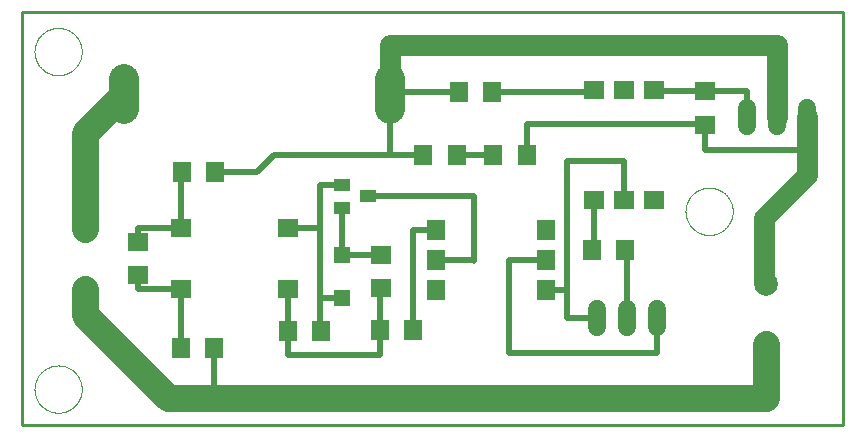
<source format=gbr>
G04 EAGLE Gerber RS-274X export*
G75*
%MOMM*%
%FSLAX34Y34*%
%LPD*%
%INTop Copper*%
%IPPOS*%
%AMOC8*
5,1,8,0,0,1.08239X$1,22.5*%
G01*
%ADD10C,0.000000*%
%ADD11C,0.254000*%
%ADD12R,1.700000X1.500000*%
%ADD13R,1.400000X1.400000*%
%ADD14R,1.520000X1.780000*%
%ADD15R,1.600000X1.800000*%
%ADD16R,1.400000X1.000000*%
%ADD17R,1.800000X1.600000*%
%ADD18C,2.000000*%
%ADD19C,1.524000*%
%ADD20R,1.600000X1.803000*%
%ADD21R,1.780000X1.520000*%
%ADD22C,1.508000*%
%ADD23R,1.803000X1.600000*%
%ADD24C,2.540000*%
%ADD25C,0.304800*%
%ADD26C,0.812800*%
%ADD27C,0.508000*%
%ADD28C,1.778000*%
%ADD29C,2.286000*%


D10*
X11750Y316865D02*
X11756Y317356D01*
X11774Y317846D01*
X11804Y318336D01*
X11846Y318825D01*
X11900Y319313D01*
X11966Y319800D01*
X12044Y320284D01*
X12134Y320767D01*
X12236Y321247D01*
X12349Y321725D01*
X12474Y322199D01*
X12611Y322671D01*
X12759Y323139D01*
X12919Y323603D01*
X13090Y324063D01*
X13272Y324519D01*
X13466Y324970D01*
X13670Y325416D01*
X13886Y325857D01*
X14112Y326293D01*
X14348Y326723D01*
X14595Y327147D01*
X14853Y327565D01*
X15121Y327976D01*
X15398Y328381D01*
X15686Y328779D01*
X15983Y329170D01*
X16290Y329553D01*
X16606Y329928D01*
X16931Y330296D01*
X17265Y330656D01*
X17608Y331007D01*
X17959Y331350D01*
X18319Y331684D01*
X18687Y332009D01*
X19062Y332325D01*
X19445Y332632D01*
X19836Y332929D01*
X20234Y333217D01*
X20639Y333494D01*
X21050Y333762D01*
X21468Y334020D01*
X21892Y334267D01*
X22322Y334503D01*
X22758Y334729D01*
X23199Y334945D01*
X23645Y335149D01*
X24096Y335343D01*
X24552Y335525D01*
X25012Y335696D01*
X25476Y335856D01*
X25944Y336004D01*
X26416Y336141D01*
X26890Y336266D01*
X27368Y336379D01*
X27848Y336481D01*
X28331Y336571D01*
X28815Y336649D01*
X29302Y336715D01*
X29790Y336769D01*
X30279Y336811D01*
X30769Y336841D01*
X31259Y336859D01*
X31750Y336865D01*
X32241Y336859D01*
X32731Y336841D01*
X33221Y336811D01*
X33710Y336769D01*
X34198Y336715D01*
X34685Y336649D01*
X35169Y336571D01*
X35652Y336481D01*
X36132Y336379D01*
X36610Y336266D01*
X37084Y336141D01*
X37556Y336004D01*
X38024Y335856D01*
X38488Y335696D01*
X38948Y335525D01*
X39404Y335343D01*
X39855Y335149D01*
X40301Y334945D01*
X40742Y334729D01*
X41178Y334503D01*
X41608Y334267D01*
X42032Y334020D01*
X42450Y333762D01*
X42861Y333494D01*
X43266Y333217D01*
X43664Y332929D01*
X44055Y332632D01*
X44438Y332325D01*
X44813Y332009D01*
X45181Y331684D01*
X45541Y331350D01*
X45892Y331007D01*
X46235Y330656D01*
X46569Y330296D01*
X46894Y329928D01*
X47210Y329553D01*
X47517Y329170D01*
X47814Y328779D01*
X48102Y328381D01*
X48379Y327976D01*
X48647Y327565D01*
X48905Y327147D01*
X49152Y326723D01*
X49388Y326293D01*
X49614Y325857D01*
X49830Y325416D01*
X50034Y324970D01*
X50228Y324519D01*
X50410Y324063D01*
X50581Y323603D01*
X50741Y323139D01*
X50889Y322671D01*
X51026Y322199D01*
X51151Y321725D01*
X51264Y321247D01*
X51366Y320767D01*
X51456Y320284D01*
X51534Y319800D01*
X51600Y319313D01*
X51654Y318825D01*
X51696Y318336D01*
X51726Y317846D01*
X51744Y317356D01*
X51750Y316865D01*
X51744Y316374D01*
X51726Y315884D01*
X51696Y315394D01*
X51654Y314905D01*
X51600Y314417D01*
X51534Y313930D01*
X51456Y313446D01*
X51366Y312963D01*
X51264Y312483D01*
X51151Y312005D01*
X51026Y311531D01*
X50889Y311059D01*
X50741Y310591D01*
X50581Y310127D01*
X50410Y309667D01*
X50228Y309211D01*
X50034Y308760D01*
X49830Y308314D01*
X49614Y307873D01*
X49388Y307437D01*
X49152Y307007D01*
X48905Y306583D01*
X48647Y306165D01*
X48379Y305754D01*
X48102Y305349D01*
X47814Y304951D01*
X47517Y304560D01*
X47210Y304177D01*
X46894Y303802D01*
X46569Y303434D01*
X46235Y303074D01*
X45892Y302723D01*
X45541Y302380D01*
X45181Y302046D01*
X44813Y301721D01*
X44438Y301405D01*
X44055Y301098D01*
X43664Y300801D01*
X43266Y300513D01*
X42861Y300236D01*
X42450Y299968D01*
X42032Y299710D01*
X41608Y299463D01*
X41178Y299227D01*
X40742Y299001D01*
X40301Y298785D01*
X39855Y298581D01*
X39404Y298387D01*
X38948Y298205D01*
X38488Y298034D01*
X38024Y297874D01*
X37556Y297726D01*
X37084Y297589D01*
X36610Y297464D01*
X36132Y297351D01*
X35652Y297249D01*
X35169Y297159D01*
X34685Y297081D01*
X34198Y297015D01*
X33710Y296961D01*
X33221Y296919D01*
X32731Y296889D01*
X32241Y296871D01*
X31750Y296865D01*
X31259Y296871D01*
X30769Y296889D01*
X30279Y296919D01*
X29790Y296961D01*
X29302Y297015D01*
X28815Y297081D01*
X28331Y297159D01*
X27848Y297249D01*
X27368Y297351D01*
X26890Y297464D01*
X26416Y297589D01*
X25944Y297726D01*
X25476Y297874D01*
X25012Y298034D01*
X24552Y298205D01*
X24096Y298387D01*
X23645Y298581D01*
X23199Y298785D01*
X22758Y299001D01*
X22322Y299227D01*
X21892Y299463D01*
X21468Y299710D01*
X21050Y299968D01*
X20639Y300236D01*
X20234Y300513D01*
X19836Y300801D01*
X19445Y301098D01*
X19062Y301405D01*
X18687Y301721D01*
X18319Y302046D01*
X17959Y302380D01*
X17608Y302723D01*
X17265Y303074D01*
X16931Y303434D01*
X16606Y303802D01*
X16290Y304177D01*
X15983Y304560D01*
X15686Y304951D01*
X15398Y305349D01*
X15121Y305754D01*
X14853Y306165D01*
X14595Y306583D01*
X14348Y307007D01*
X14112Y307437D01*
X13886Y307873D01*
X13670Y308314D01*
X13466Y308760D01*
X13272Y309211D01*
X13090Y309667D01*
X12919Y310127D01*
X12759Y310591D01*
X12611Y311059D01*
X12474Y311531D01*
X12349Y312005D01*
X12236Y312483D01*
X12134Y312963D01*
X12044Y313446D01*
X11966Y313930D01*
X11900Y314417D01*
X11846Y314905D01*
X11804Y315394D01*
X11774Y315884D01*
X11756Y316374D01*
X11750Y316865D01*
X562930Y181610D02*
X562936Y182101D01*
X562954Y182591D01*
X562984Y183081D01*
X563026Y183570D01*
X563080Y184058D01*
X563146Y184545D01*
X563224Y185029D01*
X563314Y185512D01*
X563416Y185992D01*
X563529Y186470D01*
X563654Y186944D01*
X563791Y187416D01*
X563939Y187884D01*
X564099Y188348D01*
X564270Y188808D01*
X564452Y189264D01*
X564646Y189715D01*
X564850Y190161D01*
X565066Y190602D01*
X565292Y191038D01*
X565528Y191468D01*
X565775Y191892D01*
X566033Y192310D01*
X566301Y192721D01*
X566578Y193126D01*
X566866Y193524D01*
X567163Y193915D01*
X567470Y194298D01*
X567786Y194673D01*
X568111Y195041D01*
X568445Y195401D01*
X568788Y195752D01*
X569139Y196095D01*
X569499Y196429D01*
X569867Y196754D01*
X570242Y197070D01*
X570625Y197377D01*
X571016Y197674D01*
X571414Y197962D01*
X571819Y198239D01*
X572230Y198507D01*
X572648Y198765D01*
X573072Y199012D01*
X573502Y199248D01*
X573938Y199474D01*
X574379Y199690D01*
X574825Y199894D01*
X575276Y200088D01*
X575732Y200270D01*
X576192Y200441D01*
X576656Y200601D01*
X577124Y200749D01*
X577596Y200886D01*
X578070Y201011D01*
X578548Y201124D01*
X579028Y201226D01*
X579511Y201316D01*
X579995Y201394D01*
X580482Y201460D01*
X580970Y201514D01*
X581459Y201556D01*
X581949Y201586D01*
X582439Y201604D01*
X582930Y201610D01*
X583421Y201604D01*
X583911Y201586D01*
X584401Y201556D01*
X584890Y201514D01*
X585378Y201460D01*
X585865Y201394D01*
X586349Y201316D01*
X586832Y201226D01*
X587312Y201124D01*
X587790Y201011D01*
X588264Y200886D01*
X588736Y200749D01*
X589204Y200601D01*
X589668Y200441D01*
X590128Y200270D01*
X590584Y200088D01*
X591035Y199894D01*
X591481Y199690D01*
X591922Y199474D01*
X592358Y199248D01*
X592788Y199012D01*
X593212Y198765D01*
X593630Y198507D01*
X594041Y198239D01*
X594446Y197962D01*
X594844Y197674D01*
X595235Y197377D01*
X595618Y197070D01*
X595993Y196754D01*
X596361Y196429D01*
X596721Y196095D01*
X597072Y195752D01*
X597415Y195401D01*
X597749Y195041D01*
X598074Y194673D01*
X598390Y194298D01*
X598697Y193915D01*
X598994Y193524D01*
X599282Y193126D01*
X599559Y192721D01*
X599827Y192310D01*
X600085Y191892D01*
X600332Y191468D01*
X600568Y191038D01*
X600794Y190602D01*
X601010Y190161D01*
X601214Y189715D01*
X601408Y189264D01*
X601590Y188808D01*
X601761Y188348D01*
X601921Y187884D01*
X602069Y187416D01*
X602206Y186944D01*
X602331Y186470D01*
X602444Y185992D01*
X602546Y185512D01*
X602636Y185029D01*
X602714Y184545D01*
X602780Y184058D01*
X602834Y183570D01*
X602876Y183081D01*
X602906Y182591D01*
X602924Y182101D01*
X602930Y181610D01*
X602924Y181119D01*
X602906Y180629D01*
X602876Y180139D01*
X602834Y179650D01*
X602780Y179162D01*
X602714Y178675D01*
X602636Y178191D01*
X602546Y177708D01*
X602444Y177228D01*
X602331Y176750D01*
X602206Y176276D01*
X602069Y175804D01*
X601921Y175336D01*
X601761Y174872D01*
X601590Y174412D01*
X601408Y173956D01*
X601214Y173505D01*
X601010Y173059D01*
X600794Y172618D01*
X600568Y172182D01*
X600332Y171752D01*
X600085Y171328D01*
X599827Y170910D01*
X599559Y170499D01*
X599282Y170094D01*
X598994Y169696D01*
X598697Y169305D01*
X598390Y168922D01*
X598074Y168547D01*
X597749Y168179D01*
X597415Y167819D01*
X597072Y167468D01*
X596721Y167125D01*
X596361Y166791D01*
X595993Y166466D01*
X595618Y166150D01*
X595235Y165843D01*
X594844Y165546D01*
X594446Y165258D01*
X594041Y164981D01*
X593630Y164713D01*
X593212Y164455D01*
X592788Y164208D01*
X592358Y163972D01*
X591922Y163746D01*
X591481Y163530D01*
X591035Y163326D01*
X590584Y163132D01*
X590128Y162950D01*
X589668Y162779D01*
X589204Y162619D01*
X588736Y162471D01*
X588264Y162334D01*
X587790Y162209D01*
X587312Y162096D01*
X586832Y161994D01*
X586349Y161904D01*
X585865Y161826D01*
X585378Y161760D01*
X584890Y161706D01*
X584401Y161664D01*
X583911Y161634D01*
X583421Y161616D01*
X582930Y161610D01*
X582439Y161616D01*
X581949Y161634D01*
X581459Y161664D01*
X580970Y161706D01*
X580482Y161760D01*
X579995Y161826D01*
X579511Y161904D01*
X579028Y161994D01*
X578548Y162096D01*
X578070Y162209D01*
X577596Y162334D01*
X577124Y162471D01*
X576656Y162619D01*
X576192Y162779D01*
X575732Y162950D01*
X575276Y163132D01*
X574825Y163326D01*
X574379Y163530D01*
X573938Y163746D01*
X573502Y163972D01*
X573072Y164208D01*
X572648Y164455D01*
X572230Y164713D01*
X571819Y164981D01*
X571414Y165258D01*
X571016Y165546D01*
X570625Y165843D01*
X570242Y166150D01*
X569867Y166466D01*
X569499Y166791D01*
X569139Y167125D01*
X568788Y167468D01*
X568445Y167819D01*
X568111Y168179D01*
X567786Y168547D01*
X567470Y168922D01*
X567163Y169305D01*
X566866Y169696D01*
X566578Y170094D01*
X566301Y170499D01*
X566033Y170910D01*
X565775Y171328D01*
X565528Y171752D01*
X565292Y172182D01*
X565066Y172618D01*
X564850Y173059D01*
X564646Y173505D01*
X564452Y173956D01*
X564270Y174412D01*
X564099Y174872D01*
X563939Y175336D01*
X563791Y175804D01*
X563654Y176276D01*
X563529Y176750D01*
X563416Y177228D01*
X563314Y177708D01*
X563224Y178191D01*
X563146Y178675D01*
X563080Y179162D01*
X563026Y179650D01*
X562984Y180139D01*
X562954Y180629D01*
X562936Y181119D01*
X562930Y181610D01*
X11750Y31110D02*
X11756Y31601D01*
X11774Y32091D01*
X11804Y32581D01*
X11846Y33070D01*
X11900Y33558D01*
X11966Y34045D01*
X12044Y34529D01*
X12134Y35012D01*
X12236Y35492D01*
X12349Y35970D01*
X12474Y36444D01*
X12611Y36916D01*
X12759Y37384D01*
X12919Y37848D01*
X13090Y38308D01*
X13272Y38764D01*
X13466Y39215D01*
X13670Y39661D01*
X13886Y40102D01*
X14112Y40538D01*
X14348Y40968D01*
X14595Y41392D01*
X14853Y41810D01*
X15121Y42221D01*
X15398Y42626D01*
X15686Y43024D01*
X15983Y43415D01*
X16290Y43798D01*
X16606Y44173D01*
X16931Y44541D01*
X17265Y44901D01*
X17608Y45252D01*
X17959Y45595D01*
X18319Y45929D01*
X18687Y46254D01*
X19062Y46570D01*
X19445Y46877D01*
X19836Y47174D01*
X20234Y47462D01*
X20639Y47739D01*
X21050Y48007D01*
X21468Y48265D01*
X21892Y48512D01*
X22322Y48748D01*
X22758Y48974D01*
X23199Y49190D01*
X23645Y49394D01*
X24096Y49588D01*
X24552Y49770D01*
X25012Y49941D01*
X25476Y50101D01*
X25944Y50249D01*
X26416Y50386D01*
X26890Y50511D01*
X27368Y50624D01*
X27848Y50726D01*
X28331Y50816D01*
X28815Y50894D01*
X29302Y50960D01*
X29790Y51014D01*
X30279Y51056D01*
X30769Y51086D01*
X31259Y51104D01*
X31750Y51110D01*
X32241Y51104D01*
X32731Y51086D01*
X33221Y51056D01*
X33710Y51014D01*
X34198Y50960D01*
X34685Y50894D01*
X35169Y50816D01*
X35652Y50726D01*
X36132Y50624D01*
X36610Y50511D01*
X37084Y50386D01*
X37556Y50249D01*
X38024Y50101D01*
X38488Y49941D01*
X38948Y49770D01*
X39404Y49588D01*
X39855Y49394D01*
X40301Y49190D01*
X40742Y48974D01*
X41178Y48748D01*
X41608Y48512D01*
X42032Y48265D01*
X42450Y48007D01*
X42861Y47739D01*
X43266Y47462D01*
X43664Y47174D01*
X44055Y46877D01*
X44438Y46570D01*
X44813Y46254D01*
X45181Y45929D01*
X45541Y45595D01*
X45892Y45252D01*
X46235Y44901D01*
X46569Y44541D01*
X46894Y44173D01*
X47210Y43798D01*
X47517Y43415D01*
X47814Y43024D01*
X48102Y42626D01*
X48379Y42221D01*
X48647Y41810D01*
X48905Y41392D01*
X49152Y40968D01*
X49388Y40538D01*
X49614Y40102D01*
X49830Y39661D01*
X50034Y39215D01*
X50228Y38764D01*
X50410Y38308D01*
X50581Y37848D01*
X50741Y37384D01*
X50889Y36916D01*
X51026Y36444D01*
X51151Y35970D01*
X51264Y35492D01*
X51366Y35012D01*
X51456Y34529D01*
X51534Y34045D01*
X51600Y33558D01*
X51654Y33070D01*
X51696Y32581D01*
X51726Y32091D01*
X51744Y31601D01*
X51750Y31110D01*
X51744Y30619D01*
X51726Y30129D01*
X51696Y29639D01*
X51654Y29150D01*
X51600Y28662D01*
X51534Y28175D01*
X51456Y27691D01*
X51366Y27208D01*
X51264Y26728D01*
X51151Y26250D01*
X51026Y25776D01*
X50889Y25304D01*
X50741Y24836D01*
X50581Y24372D01*
X50410Y23912D01*
X50228Y23456D01*
X50034Y23005D01*
X49830Y22559D01*
X49614Y22118D01*
X49388Y21682D01*
X49152Y21252D01*
X48905Y20828D01*
X48647Y20410D01*
X48379Y19999D01*
X48102Y19594D01*
X47814Y19196D01*
X47517Y18805D01*
X47210Y18422D01*
X46894Y18047D01*
X46569Y17679D01*
X46235Y17319D01*
X45892Y16968D01*
X45541Y16625D01*
X45181Y16291D01*
X44813Y15966D01*
X44438Y15650D01*
X44055Y15343D01*
X43664Y15046D01*
X43266Y14758D01*
X42861Y14481D01*
X42450Y14213D01*
X42032Y13955D01*
X41608Y13708D01*
X41178Y13472D01*
X40742Y13246D01*
X40301Y13030D01*
X39855Y12826D01*
X39404Y12632D01*
X38948Y12450D01*
X38488Y12279D01*
X38024Y12119D01*
X37556Y11971D01*
X37084Y11834D01*
X36610Y11709D01*
X36132Y11596D01*
X35652Y11494D01*
X35169Y11404D01*
X34685Y11326D01*
X34198Y11260D01*
X33710Y11206D01*
X33221Y11164D01*
X32731Y11134D01*
X32241Y11116D01*
X31750Y11110D01*
X31259Y11116D01*
X30769Y11134D01*
X30279Y11164D01*
X29790Y11206D01*
X29302Y11260D01*
X28815Y11326D01*
X28331Y11404D01*
X27848Y11494D01*
X27368Y11596D01*
X26890Y11709D01*
X26416Y11834D01*
X25944Y11971D01*
X25476Y12119D01*
X25012Y12279D01*
X24552Y12450D01*
X24096Y12632D01*
X23645Y12826D01*
X23199Y13030D01*
X22758Y13246D01*
X22322Y13472D01*
X21892Y13708D01*
X21468Y13955D01*
X21050Y14213D01*
X20639Y14481D01*
X20234Y14758D01*
X19836Y15046D01*
X19445Y15343D01*
X19062Y15650D01*
X18687Y15966D01*
X18319Y16291D01*
X17959Y16625D01*
X17608Y16968D01*
X17265Y17319D01*
X16931Y17679D01*
X16606Y18047D01*
X16290Y18422D01*
X15983Y18805D01*
X15686Y19196D01*
X15398Y19594D01*
X15121Y19999D01*
X14853Y20410D01*
X14595Y20828D01*
X14348Y21252D01*
X14112Y21682D01*
X13886Y22118D01*
X13670Y22559D01*
X13466Y23005D01*
X13272Y23456D01*
X13090Y23912D01*
X12919Y24372D01*
X12759Y24836D01*
X12611Y25304D01*
X12474Y25776D01*
X12349Y26250D01*
X12236Y26728D01*
X12134Y27208D01*
X12044Y27691D01*
X11966Y28175D01*
X11900Y28662D01*
X11846Y29150D01*
X11804Y29639D01*
X11774Y30129D01*
X11756Y30619D01*
X11750Y31110D01*
D11*
X1270Y635D02*
X696400Y635D01*
X696400Y350400D01*
X1270Y350400D01*
X1270Y635D01*
D12*
X225975Y116105D03*
X225975Y167105D03*
X135975Y167105D03*
X135975Y116105D03*
D13*
X272410Y107860D03*
X272410Y144860D03*
D14*
X351700Y165735D03*
X351700Y140335D03*
X351700Y114935D03*
X444600Y114935D03*
X444600Y140335D03*
X444600Y165735D03*
D15*
X163855Y66035D03*
X135855Y66035D03*
X164495Y214635D03*
X136495Y214635D03*
X254030Y80645D03*
X226030Y80645D03*
X332140Y81285D03*
X304140Y81285D03*
D16*
X294205Y194305D03*
X272205Y184805D03*
X272205Y203805D03*
D17*
X99695Y127605D03*
X99695Y155605D03*
D18*
X54360Y166586D03*
X54360Y115786D03*
D19*
X665480Y254000D02*
X665480Y269240D01*
X640080Y269240D02*
X640080Y254000D01*
X614680Y254000D02*
X614680Y269240D01*
D18*
X630810Y69009D03*
X630810Y119809D03*
D20*
X340745Y229235D03*
X369185Y229235D03*
D15*
X400340Y229235D03*
X428340Y229235D03*
D21*
X485140Y191040D03*
X510540Y191040D03*
X535940Y191040D03*
X535940Y283940D03*
X510540Y283940D03*
X485140Y283940D03*
D20*
X512060Y148590D03*
X483620Y148590D03*
D22*
X539115Y98980D02*
X539115Y83900D01*
X513715Y83900D02*
X513715Y98980D01*
X488315Y98980D02*
X488315Y83900D01*
D23*
X579120Y283460D03*
X579120Y255020D03*
D20*
X399284Y282321D03*
X370844Y282321D03*
D17*
X305435Y116810D03*
X305435Y144810D03*
D24*
X87503Y268605D02*
X87503Y294005D01*
X312547Y294005D02*
X312547Y268605D01*
D25*
X100330Y131470D02*
X99695Y127605D01*
X135240Y116840D02*
X135883Y116198D01*
X135975Y116105D01*
X135883Y116198D02*
X135883Y116840D01*
D26*
X135883Y116198D02*
X135883Y115570D01*
D27*
X99695Y115570D01*
X99695Y127605D01*
X99690Y115570D02*
X99695Y115570D01*
X135975Y116105D02*
X135975Y66035D01*
X135855Y66035D01*
D25*
X135975Y167105D02*
X135440Y167640D01*
X135975Y167640D02*
X135975Y167105D01*
D27*
X135440Y167640D02*
X99695Y167640D01*
X99695Y155605D01*
X135975Y167105D02*
X136555Y167105D01*
X135975Y167105D02*
X135975Y214635D01*
X136495Y214635D01*
X272205Y184805D02*
X272205Y144860D01*
X272410Y144860D01*
X272205Y144810D02*
X305435Y144810D01*
X272205Y144810D02*
X272205Y144860D01*
D25*
X225975Y167105D02*
X225975Y169340D01*
D27*
X225975Y167105D02*
X225975Y166800D01*
X253395Y107950D02*
X253395Y81280D01*
X254030Y80645D01*
X272410Y107860D02*
X272410Y107950D01*
X253395Y107950D01*
X253395Y203805D02*
X272205Y203805D01*
X253395Y203805D02*
X253395Y167640D01*
X253395Y107950D01*
X225975Y167105D02*
X225975Y167640D01*
X253395Y167640D01*
X226030Y80645D02*
X226030Y78740D01*
X225975Y80700D02*
X225975Y116105D01*
X225975Y80700D02*
X226030Y80645D01*
X304140Y81285D02*
X304140Y116810D01*
X305435Y116810D01*
X304140Y81285D02*
X304140Y59690D01*
X225975Y59690D02*
X225975Y80700D01*
X225975Y59690D02*
X304140Y59690D01*
X332140Y165735D02*
X351700Y165735D01*
X332140Y165735D02*
X332140Y81285D01*
X294205Y194305D02*
X383540Y194305D01*
X383540Y140335D01*
X383540Y139700D01*
X383540Y140335D02*
X351700Y140335D01*
X200030Y214635D02*
X164495Y214635D01*
X312420Y229235D02*
X340745Y229235D01*
X312420Y229235D02*
X214630Y229235D01*
X200030Y214635D01*
X312547Y229362D02*
X312547Y281305D01*
X312547Y229362D02*
X312420Y229235D01*
D28*
X640080Y261620D02*
X640080Y322580D01*
X313055Y322580D01*
X313055Y281305D01*
X312547Y281305D01*
D27*
X312547Y282321D02*
X370844Y282321D01*
X312547Y282321D02*
X312547Y281305D01*
D29*
X163830Y23495D02*
X630810Y23495D01*
X163830Y23495D02*
X124460Y23495D01*
X54360Y93595D01*
X54360Y115786D01*
D27*
X163855Y66035D02*
X163855Y23495D01*
X163830Y23495D01*
D29*
X630810Y23495D02*
X630810Y69009D01*
X630810Y23495D02*
X631190Y23495D01*
D27*
X444600Y111125D02*
X444600Y114935D01*
X445135Y114935D01*
X462280Y91440D02*
X488315Y91440D01*
X462280Y91440D02*
X462280Y114935D01*
X462280Y224155D01*
X510540Y224155D01*
X510540Y191040D01*
X462280Y114935D02*
X444600Y114935D01*
X512060Y148590D02*
X513715Y148590D01*
X513715Y91440D01*
X428340Y229235D02*
X428340Y255655D01*
D28*
X665480Y261620D02*
X665480Y233680D01*
X665480Y212090D01*
X629285Y175895D01*
X629285Y121334D01*
X630810Y119809D01*
D27*
X579120Y255655D02*
X428340Y255655D01*
X579120Y255655D02*
X579120Y255020D01*
X579120Y233680D01*
X665480Y233680D01*
X579120Y283305D02*
X579120Y283460D01*
X535940Y283305D02*
X535940Y283940D01*
X535940Y283305D02*
X579120Y283305D01*
X579120Y283460D02*
X614680Y283460D01*
X614680Y261620D01*
X400340Y229235D02*
X369185Y229235D01*
X399284Y282321D02*
X485140Y282321D01*
X485140Y283940D01*
X485140Y191040D02*
X485140Y148590D01*
X483620Y148590D01*
X413385Y140335D02*
X413385Y61595D01*
X413385Y140335D02*
X444600Y140335D01*
X539115Y91440D02*
X539115Y61595D01*
X413385Y61595D01*
D29*
X87503Y281305D02*
X54360Y248162D01*
X54360Y166586D01*
M02*

</source>
